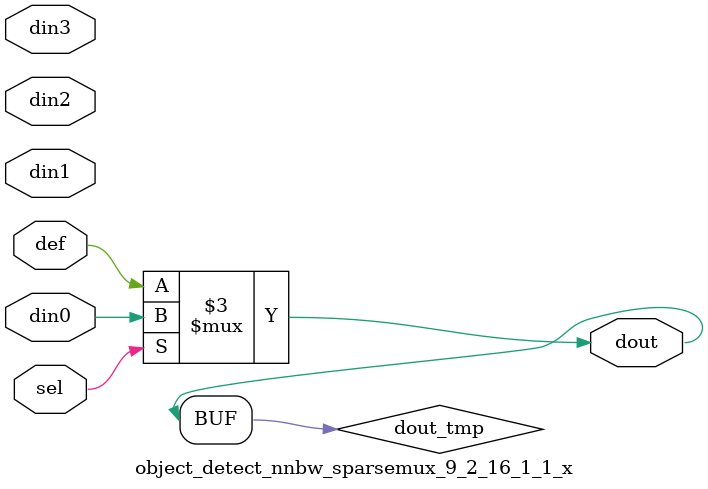
<source format=v>
`timescale 1ns / 1ps

module object_detect_nnbw_sparsemux_9_2_16_1_1_x (din0,din1,din2,din3,def,sel,dout);

parameter din0_WIDTH = 1;

parameter din1_WIDTH = 1;

parameter din2_WIDTH = 1;

parameter din3_WIDTH = 1;

parameter def_WIDTH = 1;
parameter sel_WIDTH = 1;
parameter dout_WIDTH = 1;

parameter [sel_WIDTH-1:0] CASE0 = 1;

parameter [sel_WIDTH-1:0] CASE1 = 1;

parameter [sel_WIDTH-1:0] CASE2 = 1;

parameter [sel_WIDTH-1:0] CASE3 = 1;

parameter ID = 1;
parameter NUM_STAGE = 1;



input [din0_WIDTH-1:0] din0;

input [din1_WIDTH-1:0] din1;

input [din2_WIDTH-1:0] din2;

input [din3_WIDTH-1:0] din3;

input [def_WIDTH-1:0] def;
input [sel_WIDTH-1:0] sel;

output [dout_WIDTH-1:0] dout;



reg [dout_WIDTH-1:0] dout_tmp;


always @ (*) begin
(* parallel_case *) case (sel)
    
    CASE0 : dout_tmp = din0;
    
    CASE1 : dout_tmp = din1;
    
    CASE2 : dout_tmp = din2;
    
    CASE3 : dout_tmp = din3;
    
    default : dout_tmp = def;
endcase
end


assign dout = dout_tmp;



endmodule

</source>
